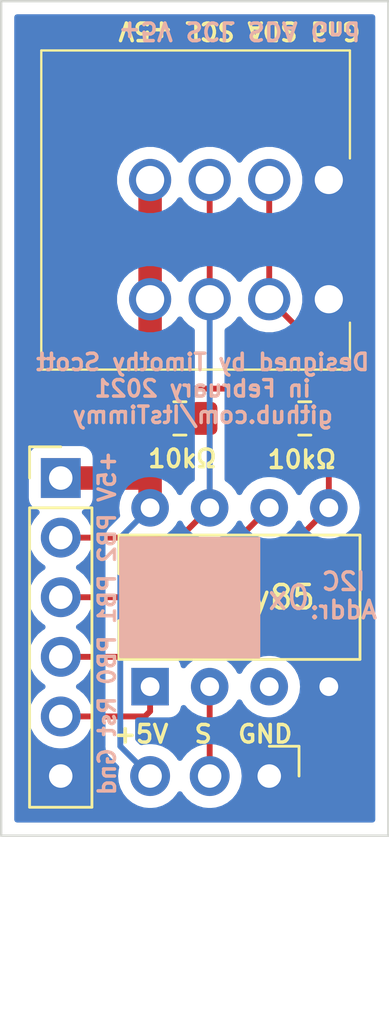
<source format=kicad_pcb>
(kicad_pcb (version 20171130) (host pcbnew "(5.1.0-0)")

  (general
    (thickness 1.6)
    (drawings 15)
    (tracks 32)
    (zones 0)
    (modules 6)
    (nets 9)
  )

  (page A4)
  (layers
    (0 F.Cu signal)
    (31 B.Cu signal)
    (32 B.Adhes user hide)
    (33 F.Adhes user hide)
    (34 B.Paste user hide)
    (35 F.Paste user hide)
    (36 B.SilkS user)
    (37 F.SilkS user)
    (38 B.Mask user)
    (39 F.Mask user)
    (40 Dwgs.User user hide)
    (41 Cmts.User user hide)
    (42 Eco1.User user hide)
    (43 Eco2.User user hide)
    (44 Edge.Cuts user)
    (45 Margin user hide)
    (46 B.CrtYd user hide)
    (47 F.CrtYd user hide)
    (48 B.Fab user hide)
    (49 F.Fab user hide)
  )

  (setup
    (last_trace_width 0.25)
    (user_trace_width 0.25)
    (user_trace_width 0.5)
    (user_trace_width 0.75)
    (user_trace_width 1)
    (trace_clearance 0.2)
    (zone_clearance 0.508)
    (zone_45_only no)
    (trace_min 0.2)
    (via_size 0.8)
    (via_drill 0.4)
    (via_min_size 0.4)
    (via_min_drill 0.3)
    (uvia_size 0.3)
    (uvia_drill 0.1)
    (uvias_allowed no)
    (uvia_min_size 0.2)
    (uvia_min_drill 0.1)
    (edge_width 0.05)
    (segment_width 0.2)
    (pcb_text_width 0.3)
    (pcb_text_size 1.5 1.5)
    (mod_edge_width 0.12)
    (mod_text_size 1 1)
    (mod_text_width 0.15)
    (pad_size 1.8 1.8)
    (pad_drill 1.2)
    (pad_to_mask_clearance 0.051)
    (solder_mask_min_width 0.25)
    (aux_axis_origin 0 0)
    (visible_elements FFFFFF7F)
    (pcbplotparams
      (layerselection 0x010fc_ffffffff)
      (usegerberextensions false)
      (usegerberattributes false)
      (usegerberadvancedattributes false)
      (creategerberjobfile false)
      (excludeedgelayer true)
      (linewidth 0.100000)
      (plotframeref false)
      (viasonmask false)
      (mode 1)
      (useauxorigin false)
      (hpglpennumber 1)
      (hpglpenspeed 20)
      (hpglpendiameter 15.000000)
      (psnegative false)
      (psa4output false)
      (plotreference true)
      (plotvalue true)
      (plotinvisibletext false)
      (padsonsilk false)
      (subtractmaskfromsilk false)
      (outputformat 1)
      (mirror false)
      (drillshape 1)
      (scaleselection 1)
      (outputdirectory ""))
  )

  (net 0 "")
  (net 1 "Net-(I2CConnection1-Pad2)")
  (net 2 "Net-(I2CConnection1-Pad3)")
  (net 3 +5V)
  (net 4 GND)
  (net 5 "Net-(MCU1-Pad2)")
  (net 6 "Net-(MCU1-Pad3)")
  (net 7 "Net-(J1-Pad5)")
  (net 8 "Net-(J1-Pad3)")

  (net_class Default "This is the default net class."
    (clearance 0.2)
    (trace_width 0.25)
    (via_dia 0.8)
    (via_drill 0.4)
    (uvia_dia 0.3)
    (uvia_drill 0.1)
    (add_net +5V)
    (add_net GND)
    (add_net "Net-(I2CConnection1-Pad2)")
    (add_net "Net-(I2CConnection1-Pad3)")
    (add_net "Net-(J1-Pad3)")
    (add_net "Net-(J1-Pad5)")
    (add_net "Net-(MCU1-Pad2)")
    (add_net "Net-(MCU1-Pad3)")
  )

  (module Connector_PinHeader_2.54mm:PinHeader_1x03_P2.54mm_Horizontal (layer F.Cu) (tedit 602B3CCE) (tstamp 602B77AC)
    (at 49.53 64.77 270)
    (descr "Through hole angled pin header, 1x03, 2.54mm pitch, 6mm pin length, single row")
    (tags "Through hole angled pin header THT 1x03 2.54mm single row")
    (path /602CE4CB)
    (fp_text reference MoistureSensor1 (at 4.385 -2.27 270) (layer F.SilkS) hide
      (effects (font (size 1 1) (thickness 0.15)))
    )
    (fp_text value Conn_01x03 (at 4.385 7.35 270) (layer F.Fab)
      (effects (font (size 1 1) (thickness 0.15)))
    )
    (fp_line (start 2.135 -1.27) (end 4.04 -1.27) (layer F.Fab) (width 0.1))
    (fp_line (start 4.04 -1.27) (end 4.04 6.35) (layer F.Fab) (width 0.1))
    (fp_line (start 4.04 6.35) (end 1.5 6.35) (layer F.Fab) (width 0.1))
    (fp_line (start 1.5 6.35) (end 1.5 -0.635) (layer F.Fab) (width 0.1))
    (fp_line (start 1.5 -0.635) (end 2.135 -1.27) (layer F.Fab) (width 0.1))
    (fp_line (start -0.32 -0.32) (end 1.5 -0.32) (layer F.Fab) (width 0.1))
    (fp_line (start -0.32 -0.32) (end -0.32 0.32) (layer F.Fab) (width 0.1))
    (fp_line (start -0.32 0.32) (end 1.5 0.32) (layer F.Fab) (width 0.1))
    (fp_line (start 4.04 -0.32) (end 10.04 -0.32) (layer F.Fab) (width 0.1))
    (fp_line (start 10.04 -0.32) (end 10.04 0.32) (layer F.Fab) (width 0.1))
    (fp_line (start 4.04 0.32) (end 10.04 0.32) (layer F.Fab) (width 0.1))
    (fp_line (start -0.32 2.22) (end 1.5 2.22) (layer F.Fab) (width 0.1))
    (fp_line (start -0.32 2.22) (end -0.32 2.86) (layer F.Fab) (width 0.1))
    (fp_line (start -0.32 2.86) (end 1.5 2.86) (layer F.Fab) (width 0.1))
    (fp_line (start 4.04 2.22) (end 10.04 2.22) (layer F.Fab) (width 0.1))
    (fp_line (start 10.04 2.22) (end 10.04 2.86) (layer F.Fab) (width 0.1))
    (fp_line (start 4.04 2.86) (end 10.04 2.86) (layer F.Fab) (width 0.1))
    (fp_line (start -0.32 4.76) (end 1.5 4.76) (layer F.Fab) (width 0.1))
    (fp_line (start -0.32 4.76) (end -0.32 5.4) (layer F.Fab) (width 0.1))
    (fp_line (start -0.32 5.4) (end 1.5 5.4) (layer F.Fab) (width 0.1))
    (fp_line (start 4.04 4.76) (end 10.04 4.76) (layer F.Fab) (width 0.1))
    (fp_line (start 10.04 4.76) (end 10.04 5.4) (layer F.Fab) (width 0.1))
    (fp_line (start 4.04 5.4) (end 10.04 5.4) (layer F.Fab) (width 0.1))
    (fp_line (start -1.27 0) (end -1.27 -1.27) (layer F.SilkS) (width 0.12))
    (fp_line (start -1.27 -1.27) (end 0 -1.27) (layer F.SilkS) (width 0.12))
    (fp_line (start -1.8 -1.8) (end -1.8 6.85) (layer F.CrtYd) (width 0.05))
    (fp_line (start -1.8 6.85) (end 10.55 6.85) (layer F.CrtYd) (width 0.05))
    (fp_line (start 10.55 6.85) (end 10.55 -1.8) (layer F.CrtYd) (width 0.05))
    (fp_line (start 10.55 -1.8) (end -1.8 -1.8) (layer F.CrtYd) (width 0.05))
    (fp_text user %R (at 2.77 2.54) (layer F.Fab)
      (effects (font (size 1 1) (thickness 0.15)))
    )
    (pad 1 thru_hole rect (at 0 0 270) (size 1.7 1.7) (drill 1) (layers *.Cu *.Mask)
      (net 4 GND))
    (pad 2 thru_hole oval (at 0 2.54 270) (size 1.7 1.7) (drill 1) (layers *.Cu *.Mask)
      (net 5 "Net-(MCU1-Pad2)"))
    (pad 3 thru_hole oval (at 0 5.08 270) (size 1.7 1.7) (drill 1) (layers *.Cu *.Mask)
      (net 3 +5V))
    (model ${KISYS3DMOD}/Connector_PinHeader_2.54mm.3dshapes/PinHeader_1x03_P2.54mm_Horizontal.wrl
      (at (xyz 0 0 0))
      (scale (xyz 1 1 1))
      (rotate (xyz 0 0 0))
    )
  )

  (module 1-2834016-4:128340164 (layer F.Cu) (tedit 602B4142) (tstamp 602B7750)
    (at 52.07 39.37 180)
    (descr 1-2834016-4-2)
    (tags Connector)
    (path /602ADF12)
    (fp_text reference I2CConnection1 (at 5.68 -1.28 180) (layer F.SilkS) hide
      (effects (font (size 1.27 1.27) (thickness 0.254)))
    )
    (fp_text value Conn_01x04 (at 5.68 -1.28 180) (layer F.SilkS) hide
      (effects (font (size 1.27 1.27) (thickness 0.254)))
    )
    (fp_text user %R (at 5.68 -1.28 180) (layer F.Fab)
      (effects (font (size 1.27 1.27) (thickness 0.254)))
    )
    (fp_line (start -0.9 -8.08) (end 12.26 -8.08) (layer F.Fab) (width 0.2))
    (fp_line (start 12.26 -8.08) (end 12.26 5.52) (layer F.Fab) (width 0.2))
    (fp_line (start 12.26 5.52) (end -0.9 5.52) (layer F.Fab) (width 0.2))
    (fp_line (start -0.9 5.52) (end -0.9 -8.08) (layer F.Fab) (width 0.2))
    (fp_line (start -1.9 -9.08) (end 13.26 -9.08) (layer F.CrtYd) (width 0.1))
    (fp_line (start 13.26 -9.08) (end 13.26 6.52) (layer F.CrtYd) (width 0.1))
    (fp_line (start 13.26 6.52) (end -1.9 6.52) (layer F.CrtYd) (width 0.1))
    (fp_line (start -1.9 6.52) (end -1.9 -9.08) (layer F.CrtYd) (width 0.1))
    (fp_line (start -0.9 -6.08) (end -0.9 -8.08) (layer F.SilkS) (width 0.1))
    (fp_line (start -0.9 -8.08) (end 12.26 -8.08) (layer F.SilkS) (width 0.1))
    (fp_line (start 12.26 -8.08) (end 12.26 5.52) (layer F.SilkS) (width 0.1))
    (fp_line (start 12.26 5.52) (end -0.9 5.52) (layer F.SilkS) (width 0.1))
    (fp_line (start -0.9 5.52) (end -0.9 0.92) (layer F.SilkS) (width 0.1))
    (pad "" thru_hole circle (at 0 0 180) (size 1.8 1.8) (drill 1.2) (layers *.Cu *.Mask)
      (net 4 GND))
    (pad 1 thru_hole circle (at 0 -5.08 180) (size 1.8 1.8) (drill 1.2) (layers *.Cu *.Mask)
      (net 4 GND))
    (pad "" thru_hole circle (at 2.54 0 180) (size 1.8 1.8) (drill 1.2) (layers *.Cu *.Mask)
      (net 1 "Net-(I2CConnection1-Pad2)"))
    (pad 2 thru_hole circle (at 2.54 -5.08 180) (size 1.8 1.8) (drill 1.2) (layers *.Cu *.Mask)
      (net 1 "Net-(I2CConnection1-Pad2)"))
    (pad "" thru_hole circle (at 5.08 0 180) (size 1.8 1.8) (drill 1.2) (layers *.Cu *.Mask)
      (net 2 "Net-(I2CConnection1-Pad3)"))
    (pad 3 thru_hole circle (at 5.08 -5.08 180) (size 1.8 1.8) (drill 1.2) (layers *.Cu *.Mask)
      (net 2 "Net-(I2CConnection1-Pad3)"))
    (pad "" thru_hole circle (at 7.62 0 180) (size 1.8 1.8) (drill 1.2) (layers *.Cu *.Mask)
      (net 3 +5V))
    (pad 4 thru_hole circle (at 7.62 -5.08 180) (size 1.8 1.8) (drill 1.2) (layers *.Cu *.Mask)
      (net 3 +5V))
    (model 1-2834016-4.stp
      (offset (xyz 5.67999974303352 -5.320000091762998 4.939999983029053))
      (scale (xyz 1 1 1))
      (rotate (xyz -90 0 0))
    )
  )

  (module Resistor_SMD:R_0805_2012Metric_Pad1.15x1.40mm_HandSolder (layer F.Cu) (tedit 5B36C52B) (tstamp 602B7725)
    (at 51.045 49.53)
    (descr "Resistor SMD 0805 (2012 Metric), square (rectangular) end terminal, IPC_7351 nominal with elongated pad for handsoldering. (Body size source: https://docs.google.com/spreadsheets/d/1BsfQQcO9C6DZCsRaXUlFlo91Tg2WpOkGARC1WS5S8t0/edit?usp=sharing), generated with kicad-footprint-generator")
    (tags "resistor handsolder")
    (path /602CC853)
    (attr smd)
    (fp_text reference I2C_Pullup_SCL1 (at 0 -1.65) (layer F.SilkS) hide
      (effects (font (size 1 1) (thickness 0.15)))
    )
    (fp_text value 10k (at 0 1.65) (layer F.Fab)
      (effects (font (size 1 1) (thickness 0.15)))
    )
    (fp_text user %R (at 0 0) (layer F.Fab)
      (effects (font (size 0.5 0.5) (thickness 0.08)))
    )
    (fp_line (start 1.85 0.95) (end -1.85 0.95) (layer F.CrtYd) (width 0.05))
    (fp_line (start 1.85 -0.95) (end 1.85 0.95) (layer F.CrtYd) (width 0.05))
    (fp_line (start -1.85 -0.95) (end 1.85 -0.95) (layer F.CrtYd) (width 0.05))
    (fp_line (start -1.85 0.95) (end -1.85 -0.95) (layer F.CrtYd) (width 0.05))
    (fp_line (start -0.261252 0.71) (end 0.261252 0.71) (layer F.SilkS) (width 0.12))
    (fp_line (start -0.261252 -0.71) (end 0.261252 -0.71) (layer F.SilkS) (width 0.12))
    (fp_line (start 1 0.6) (end -1 0.6) (layer F.Fab) (width 0.1))
    (fp_line (start 1 -0.6) (end 1 0.6) (layer F.Fab) (width 0.1))
    (fp_line (start -1 -0.6) (end 1 -0.6) (layer F.Fab) (width 0.1))
    (fp_line (start -1 0.6) (end -1 -0.6) (layer F.Fab) (width 0.1))
    (pad 2 smd roundrect (at 1.025 0) (size 1.15 1.4) (layers F.Cu F.Paste F.Mask) (roundrect_rratio 0.217391)
      (net 1 "Net-(I2CConnection1-Pad2)"))
    (pad 1 smd roundrect (at -1.025 0) (size 1.15 1.4) (layers F.Cu F.Paste F.Mask) (roundrect_rratio 0.217391)
      (net 3 +5V))
    (model ${KISYS3DMOD}/Resistor_SMD.3dshapes/R_0805_2012Metric.wrl
      (at (xyz 0 0 0))
      (scale (xyz 1 1 1))
      (rotate (xyz 0 0 0))
    )
  )

  (module Resistor_SMD:R_0805_2012Metric_Pad1.15x1.40mm_HandSolder (layer F.Cu) (tedit 5B36C52B) (tstamp 602B7736)
    (at 45.72 49.53)
    (descr "Resistor SMD 0805 (2012 Metric), square (rectangular) end terminal, IPC_7351 nominal with elongated pad for handsoldering. (Body size source: https://docs.google.com/spreadsheets/d/1BsfQQcO9C6DZCsRaXUlFlo91Tg2WpOkGARC1WS5S8t0/edit?usp=sharing), generated with kicad-footprint-generator")
    (tags "resistor handsolder")
    (path /602C8F78)
    (attr smd)
    (fp_text reference I2C_Pullup_SDA1 (at 0 -1.65) (layer F.SilkS) hide
      (effects (font (size 1 1) (thickness 0.15)))
    )
    (fp_text value 10k (at 0 1.65) (layer F.Fab)
      (effects (font (size 1 1) (thickness 0.15)))
    )
    (fp_line (start -1 0.6) (end -1 -0.6) (layer F.Fab) (width 0.1))
    (fp_line (start -1 -0.6) (end 1 -0.6) (layer F.Fab) (width 0.1))
    (fp_line (start 1 -0.6) (end 1 0.6) (layer F.Fab) (width 0.1))
    (fp_line (start 1 0.6) (end -1 0.6) (layer F.Fab) (width 0.1))
    (fp_line (start -0.261252 -0.71) (end 0.261252 -0.71) (layer F.SilkS) (width 0.12))
    (fp_line (start -0.261252 0.71) (end 0.261252 0.71) (layer F.SilkS) (width 0.12))
    (fp_line (start -1.85 0.95) (end -1.85 -0.95) (layer F.CrtYd) (width 0.05))
    (fp_line (start -1.85 -0.95) (end 1.85 -0.95) (layer F.CrtYd) (width 0.05))
    (fp_line (start 1.85 -0.95) (end 1.85 0.95) (layer F.CrtYd) (width 0.05))
    (fp_line (start 1.85 0.95) (end -1.85 0.95) (layer F.CrtYd) (width 0.05))
    (fp_text user %R (at 0 0) (layer F.Fab)
      (effects (font (size 0.5 0.5) (thickness 0.08)))
    )
    (pad 1 smd roundrect (at -1.025 0) (size 1.15 1.4) (layers F.Cu F.Paste F.Mask) (roundrect_rratio 0.217391)
      (net 3 +5V))
    (pad 2 smd roundrect (at 1.025 0) (size 1.15 1.4) (layers F.Cu F.Paste F.Mask) (roundrect_rratio 0.217391)
      (net 2 "Net-(I2CConnection1-Pad3)"))
    (model ${KISYS3DMOD}/Resistor_SMD.3dshapes/R_0805_2012Metric.wrl
      (at (xyz 0 0 0))
      (scale (xyz 1 1 1))
      (rotate (xyz 0 0 0))
    )
  )

  (module Package_DIP:DIP-8_W7.62mm (layer F.Cu) (tedit 5A02E8C5) (tstamp 602B776C)
    (at 44.45 60.96 90)
    (descr "8-lead though-hole mounted DIP package, row spacing 7.62 mm (300 mils)")
    (tags "THT DIP DIL PDIP 2.54mm 7.62mm 300mil")
    (path /6029EE90)
    (fp_text reference MCU1 (at 3.81 -2.33 90) (layer F.SilkS) hide
      (effects (font (size 1 1) (thickness 0.15)))
    )
    (fp_text value ATtiny85-20PU (at 3.81 9.95 90) (layer F.Fab)
      (effects (font (size 1 1) (thickness 0.15)))
    )
    (fp_arc (start 3.81 -1.33) (end 2.81 -1.33) (angle -180) (layer F.SilkS) (width 0.12))
    (fp_line (start 1.635 -1.27) (end 6.985 -1.27) (layer F.Fab) (width 0.1))
    (fp_line (start 6.985 -1.27) (end 6.985 8.89) (layer F.Fab) (width 0.1))
    (fp_line (start 6.985 8.89) (end 0.635 8.89) (layer F.Fab) (width 0.1))
    (fp_line (start 0.635 8.89) (end 0.635 -0.27) (layer F.Fab) (width 0.1))
    (fp_line (start 0.635 -0.27) (end 1.635 -1.27) (layer F.Fab) (width 0.1))
    (fp_line (start 2.81 -1.33) (end 1.16 -1.33) (layer F.SilkS) (width 0.12))
    (fp_line (start 1.16 -1.33) (end 1.16 8.95) (layer F.SilkS) (width 0.12))
    (fp_line (start 1.16 8.95) (end 6.46 8.95) (layer F.SilkS) (width 0.12))
    (fp_line (start 6.46 8.95) (end 6.46 -1.33) (layer F.SilkS) (width 0.12))
    (fp_line (start 6.46 -1.33) (end 4.81 -1.33) (layer F.SilkS) (width 0.12))
    (fp_line (start -1.1 -1.55) (end -1.1 9.15) (layer F.CrtYd) (width 0.05))
    (fp_line (start -1.1 9.15) (end 8.7 9.15) (layer F.CrtYd) (width 0.05))
    (fp_line (start 8.7 9.15) (end 8.7 -1.55) (layer F.CrtYd) (width 0.05))
    (fp_line (start 8.7 -1.55) (end -1.1 -1.55) (layer F.CrtYd) (width 0.05))
    (fp_text user %R (at 3.81 3.81 90) (layer F.Fab)
      (effects (font (size 1 1) (thickness 0.15)))
    )
    (pad 1 thru_hole rect (at 0 0 90) (size 1.6 1.6) (drill 0.8) (layers *.Cu *.Mask)
      (net 7 "Net-(J1-Pad5)"))
    (pad 5 thru_hole oval (at 7.62 7.62 90) (size 1.6 1.6) (drill 0.8) (layers *.Cu *.Mask)
      (net 1 "Net-(I2CConnection1-Pad2)"))
    (pad 2 thru_hole oval (at 0 2.54 90) (size 1.6 1.6) (drill 0.8) (layers *.Cu *.Mask)
      (net 5 "Net-(MCU1-Pad2)"))
    (pad 6 thru_hole oval (at 7.62 5.08 90) (size 1.6 1.6) (drill 0.8) (layers *.Cu *.Mask)
      (net 8 "Net-(J1-Pad3)"))
    (pad 3 thru_hole oval (at 0 5.08 90) (size 1.6 1.6) (drill 0.8) (layers *.Cu *.Mask)
      (net 6 "Net-(MCU1-Pad3)"))
    (pad 7 thru_hole oval (at 7.62 2.54 90) (size 1.6 1.6) (drill 0.8) (layers *.Cu *.Mask)
      (net 2 "Net-(I2CConnection1-Pad3)"))
    (pad 4 thru_hole oval (at 0 7.62 90) (size 1.6 1.6) (drill 0.8) (layers *.Cu *.Mask)
      (net 4 GND))
    (pad 8 thru_hole oval (at 7.62 0 90) (size 1.6 1.6) (drill 0.8) (layers *.Cu *.Mask)
      (net 3 +5V))
    (model ${KISYS3DMOD}/Package_DIP.3dshapes/DIP-8_W7.62mm.wrl
      (at (xyz 0 0 0))
      (scale (xyz 1 1 1))
      (rotate (xyz 0 0 0))
    )
  )

  (module Connector_PinHeader_2.54mm:PinHeader_1x06_P2.54mm_Vertical (layer F.Cu) (tedit 59FED5CC) (tstamp 602B3D6A)
    (at 40.64 52.07)
    (descr "Through hole straight pin header, 1x06, 2.54mm pitch, single row")
    (tags "Through hole pin header THT 1x06 2.54mm single row")
    (path /602C5DB4)
    (fp_text reference J1 (at 0 -2.33) (layer F.SilkS) hide
      (effects (font (size 1 1) (thickness 0.15)))
    )
    (fp_text value Conn_01x06_Female (at 0 15.03) (layer F.Fab)
      (effects (font (size 1 1) (thickness 0.15)))
    )
    (fp_line (start -0.635 -1.27) (end 1.27 -1.27) (layer F.Fab) (width 0.1))
    (fp_line (start 1.27 -1.27) (end 1.27 13.97) (layer F.Fab) (width 0.1))
    (fp_line (start 1.27 13.97) (end -1.27 13.97) (layer F.Fab) (width 0.1))
    (fp_line (start -1.27 13.97) (end -1.27 -0.635) (layer F.Fab) (width 0.1))
    (fp_line (start -1.27 -0.635) (end -0.635 -1.27) (layer F.Fab) (width 0.1))
    (fp_line (start -1.33 14.03) (end 1.33 14.03) (layer F.SilkS) (width 0.12))
    (fp_line (start -1.33 1.27) (end -1.33 14.03) (layer F.SilkS) (width 0.12))
    (fp_line (start 1.33 1.27) (end 1.33 14.03) (layer F.SilkS) (width 0.12))
    (fp_line (start -1.33 1.27) (end 1.33 1.27) (layer F.SilkS) (width 0.12))
    (fp_line (start -1.33 0) (end -1.33 -1.33) (layer F.SilkS) (width 0.12))
    (fp_line (start -1.33 -1.33) (end 0 -1.33) (layer F.SilkS) (width 0.12))
    (fp_line (start -1.8 -1.8) (end -1.8 14.5) (layer F.CrtYd) (width 0.05))
    (fp_line (start -1.8 14.5) (end 1.8 14.5) (layer F.CrtYd) (width 0.05))
    (fp_line (start 1.8 14.5) (end 1.8 -1.8) (layer F.CrtYd) (width 0.05))
    (fp_line (start 1.8 -1.8) (end -1.8 -1.8) (layer F.CrtYd) (width 0.05))
    (fp_text user %R (at 0 6.35 90) (layer F.Fab)
      (effects (font (size 1 1) (thickness 0.15)))
    )
    (pad 1 thru_hole rect (at 0 0) (size 1.7 1.7) (drill 1) (layers *.Cu *.Mask)
      (net 3 +5V))
    (pad 2 thru_hole oval (at 0 2.54) (size 1.7 1.7) (drill 1) (layers *.Cu *.Mask)
      (net 2 "Net-(I2CConnection1-Pad3)"))
    (pad 3 thru_hole oval (at 0 5.08) (size 1.7 1.7) (drill 1) (layers *.Cu *.Mask)
      (net 8 "Net-(J1-Pad3)"))
    (pad 4 thru_hole oval (at 0 7.62) (size 1.7 1.7) (drill 1) (layers *.Cu *.Mask)
      (net 1 "Net-(I2CConnection1-Pad2)"))
    (pad 5 thru_hole oval (at 0 10.16) (size 1.7 1.7) (drill 1) (layers *.Cu *.Mask)
      (net 7 "Net-(J1-Pad5)"))
    (pad 6 thru_hole oval (at 0 12.7) (size 1.7 1.7) (drill 1) (layers *.Cu *.Mask)
      (net 4 GND))
    (model ${KISYS3DMOD}/Connector_PinHeader_2.54mm.3dshapes/PinHeader_1x06_P2.54mm_Vertical.wrl
      (at (xyz 0 0 0))
      (scale (xyz 1 1 1))
      (rotate (xyz 0 0 0))
    )
  )

  (gr_poly (pts (xy 49.098027 59.710982) (xy 49.098027 54.630982) (xy 43.18 54.61) (xy 43.18 59.69)) (layer B.SilkS) (width 0.1))
  (gr_text 0x (at 50.368027 57.170982) (layer B.SilkS)
    (effects (font (size 1 1) (thickness 0.15)) (justify mirror))
  )
  (gr_text "I2C\nAddr:" (at 52.69731 57.083803) (layer B.SilkS)
    (effects (font (size 0.75 0.75) (thickness 0.15)) (justify mirror))
  )
  (gr_text "Designed by Timothy Scott\nin February 2021\ngithub.com/ItsTimmy" (at 46.694369 48.26) (layer B.SilkS)
    (effects (font (size 0.7 0.7) (thickness 0.15)) (justify mirror))
  )
  (gr_text "+5V SCL SDA Gnd" (at 48.26 33.02 180) (layer B.SilkS) (tstamp 602B9C33)
    (effects (font (size 0.75 0.75) (thickness 0.15)) (justify mirror))
  )
  (gr_line (start 38.1 67.31) (end 54.61 67.31) (layer Edge.Cuts) (width 0.1))
  (gr_line (start 38.1 31.75) (end 38.1 67.31) (layer Edge.Cuts) (width 0.1))
  (gr_line (start 54.61 31.75) (end 38.1 31.75) (layer Edge.Cuts) (width 0.1))
  (gr_line (start 54.61 67.31) (end 54.61 31.75) (layer Edge.Cuts) (width 0.1))
  (gr_text "+5V  S  GND" (at 46.714032 62.982274) (layer F.SilkS) (tstamp 602B935E)
    (effects (font (size 0.75 0.75) (thickness 0.15)))
  )
  (gr_text ATTiny85 (at 48.26 57.15) (layer F.SilkS)
    (effects (font (size 1 1) (thickness 0.15)))
  )
  (gr_text 10kΩ (at 50.923976 51.282067) (layer F.SilkS) (tstamp 602B4388)
    (effects (font (size 0.75 0.75) (thickness 0.15)))
  )
  (gr_text 10kΩ (at 45.827668 51.246178) (layer F.SilkS)
    (effects (font (size 0.75 0.75) (thickness 0.15)))
  )
  (gr_text "+5V PB2 PB1 PB0 Rst Gnd" (at 42.616534 58.251361 90) (layer B.SilkS) (tstamp 602B437D)
    (effects (font (size 0.7 0.7) (thickness 0.15)) (justify mirror))
  )
  (gr_text "Gnd SDA SCL +5V" (at 48.26 33.02 180) (layer F.SilkS)
    (effects (font (size 0.75 0.75) (thickness 0.15)))
  )

  (segment (start 52.07 46.99) (end 52.07 49.53) (width 0.25) (layer F.Cu) (net 1))
  (segment (start 49.53 44.45) (end 52.07 46.99) (width 0.25) (layer F.Cu) (net 1))
  (segment (start 52.07 49.53) (end 52.07 53.34) (width 0.25) (layer F.Cu) (net 1))
  (segment (start 45.72 59.69) (end 52.07 53.34) (width 0.25) (layer F.Cu) (net 1))
  (segment (start 40.64 59.69) (end 45.72 59.69) (width 0.25) (layer F.Cu) (net 1))
  (segment (start 49.53 44.45) (end 49.53 39.37) (width 0.25) (layer F.Cu) (net 1))
  (segment (start 46.99 49.775) (end 46.745 49.53) (width 0.25) (layer F.Cu) (net 2))
  (segment (start 46.99 53.34) (end 46.99 49.775) (width 0.25) (layer F.Cu) (net 2))
  (segment (start 46.99 53.34) (end 46.99 44.45) (width 0.25) (layer B.Cu) (net 2))
  (segment (start 45.72 54.61) (end 46.99 53.34) (width 0.25) (layer F.Cu) (net 2))
  (segment (start 40.64 54.61) (end 45.72 54.61) (width 0.25) (layer F.Cu) (net 2))
  (segment (start 46.99 44.45) (end 46.99 39.37) (width 0.25) (layer F.Cu) (net 2))
  (segment (start 43.96 53.83) (end 44.45 53.34) (width 0.25) (layer F.Cu) (net 3))
  (segment (start 44.45 49.285) (end 44.695 49.53) (width 1) (layer F.Cu) (net 3))
  (segment (start 44.45 49.775) (end 44.695 49.53) (width 1) (layer F.Cu) (net 3))
  (segment (start 48.75 48.26) (end 44.45 48.26) (width 0.25) (layer F.Cu) (net 3))
  (segment (start 50.02 49.53) (end 48.75 48.26) (width 0.25) (layer F.Cu) (net 3))
  (segment (start 44.45 48.26) (end 44.45 49.285) (width 1) (layer F.Cu) (net 3))
  (segment (start 44.45 44.45) (end 44.45 48.26) (width 1) (layer F.Cu) (net 3))
  (segment (start 40.64 52.07) (end 44.45 52.07) (width 1) (layer F.Cu) (net 3))
  (segment (start 44.45 52.07) (end 44.45 49.775) (width 1) (layer F.Cu) (net 3))
  (segment (start 44.45 53.34) (end 44.45 52.07) (width 1) (layer F.Cu) (net 3))
  (segment (start 44.45 64.77) (end 43.18 63.5) (width 0.25) (layer B.Cu) (net 3))
  (segment (start 43.18 54.61) (end 44.45 53.34) (width 0.25) (layer B.Cu) (net 3))
  (segment (start 43.18 63.5) (end 43.18 54.61) (width 0.25) (layer B.Cu) (net 3))
  (segment (start 44.45 44.45) (end 44.45 39.37) (width 1) (layer F.Cu) (net 3))
  (segment (start 46.99 64.77) (end 46.99 60.96) (width 0.25) (layer F.Cu) (net 5))
  (segment (start 44.45 62.01) (end 44.45 60.96) (width 0.25) (layer F.Cu) (net 7))
  (segment (start 44.23 62.23) (end 44.45 62.01) (width 0.25) (layer F.Cu) (net 7))
  (segment (start 40.64 62.23) (end 44.23 62.23) (width 0.25) (layer F.Cu) (net 7))
  (segment (start 45.72 57.15) (end 49.53 53.34) (width 0.25) (layer F.Cu) (net 8))
  (segment (start 40.64 57.15) (end 45.72 57.15) (width 0.25) (layer F.Cu) (net 8))

  (zone (net 4) (net_name GND) (layer B.Cu) (tstamp 602B9CE9) (hatch edge 0.508)
    (connect_pads yes (clearance 0.508))
    (min_thickness 0.254)
    (fill yes (arc_segments 32) (thermal_gap 0.508) (thermal_bridge_width 0.508))
    (polygon
      (pts
        (xy 54.61 63.5) (xy 54.61 67.31) (xy 38.1 67.31) (xy 38.1 31.75) (xy 54.61 31.75)
      )
    )
    (filled_polygon
      (pts
        (xy 53.925 66.625) (xy 38.785 66.625) (xy 38.785 54.61) (xy 39.147815 54.61) (xy 39.176487 54.901111)
        (xy 39.261401 55.181034) (xy 39.399294 55.439014) (xy 39.584866 55.665134) (xy 39.810986 55.850706) (xy 39.865791 55.88)
        (xy 39.810986 55.909294) (xy 39.584866 56.094866) (xy 39.399294 56.320986) (xy 39.261401 56.578966) (xy 39.176487 56.858889)
        (xy 39.147815 57.15) (xy 39.176487 57.441111) (xy 39.261401 57.721034) (xy 39.399294 57.979014) (xy 39.584866 58.205134)
        (xy 39.810986 58.390706) (xy 39.865791 58.42) (xy 39.810986 58.449294) (xy 39.584866 58.634866) (xy 39.399294 58.860986)
        (xy 39.261401 59.118966) (xy 39.176487 59.398889) (xy 39.147815 59.69) (xy 39.176487 59.981111) (xy 39.261401 60.261034)
        (xy 39.399294 60.519014) (xy 39.584866 60.745134) (xy 39.810986 60.930706) (xy 39.865791 60.96) (xy 39.810986 60.989294)
        (xy 39.584866 61.174866) (xy 39.399294 61.400986) (xy 39.261401 61.658966) (xy 39.176487 61.938889) (xy 39.147815 62.23)
        (xy 39.176487 62.521111) (xy 39.261401 62.801034) (xy 39.399294 63.059014) (xy 39.584866 63.285134) (xy 39.810986 63.470706)
        (xy 40.068966 63.608599) (xy 40.348889 63.693513) (xy 40.56705 63.715) (xy 40.71295 63.715) (xy 40.931111 63.693513)
        (xy 41.211034 63.608599) (xy 41.469014 63.470706) (xy 41.695134 63.285134) (xy 41.880706 63.059014) (xy 42.018599 62.801034)
        (xy 42.103513 62.521111) (xy 42.132185 62.23) (xy 42.103513 61.938889) (xy 42.018599 61.658966) (xy 41.880706 61.400986)
        (xy 41.695134 61.174866) (xy 41.469014 60.989294) (xy 41.414209 60.96) (xy 41.469014 60.930706) (xy 41.695134 60.745134)
        (xy 41.880706 60.519014) (xy 42.018599 60.261034) (xy 42.103513 59.981111) (xy 42.132185 59.69) (xy 42.103513 59.398889)
        (xy 42.018599 59.118966) (xy 41.880706 58.860986) (xy 41.695134 58.634866) (xy 41.469014 58.449294) (xy 41.414209 58.42)
        (xy 41.469014 58.390706) (xy 41.695134 58.205134) (xy 41.880706 57.979014) (xy 42.018599 57.721034) (xy 42.103513 57.441111)
        (xy 42.132185 57.15) (xy 42.103513 56.858889) (xy 42.018599 56.578966) (xy 41.880706 56.320986) (xy 41.695134 56.094866)
        (xy 41.469014 55.909294) (xy 41.414209 55.88) (xy 41.469014 55.850706) (xy 41.695134 55.665134) (xy 41.880706 55.439014)
        (xy 42.018599 55.181034) (xy 42.103513 54.901111) (xy 42.132185 54.61) (xy 42.416324 54.61) (xy 42.420001 54.647332)
        (xy 42.42 63.462678) (xy 42.416324 63.5) (xy 42.42 63.537322) (xy 42.42 63.537332) (xy 42.430997 63.648985)
        (xy 42.474454 63.792246) (xy 42.545026 63.924276) (xy 42.55874 63.940986) (xy 42.639999 64.040001) (xy 42.669003 64.063804)
        (xy 43.009203 64.404004) (xy 42.986487 64.478889) (xy 42.957815 64.77) (xy 42.986487 65.061111) (xy 43.071401 65.341034)
        (xy 43.209294 65.599014) (xy 43.394866 65.825134) (xy 43.620986 66.010706) (xy 43.878966 66.148599) (xy 44.158889 66.233513)
        (xy 44.37705 66.255) (xy 44.52295 66.255) (xy 44.741111 66.233513) (xy 45.021034 66.148599) (xy 45.279014 66.010706)
        (xy 45.505134 65.825134) (xy 45.690706 65.599014) (xy 45.72 65.544209) (xy 45.749294 65.599014) (xy 45.934866 65.825134)
        (xy 46.160986 66.010706) (xy 46.418966 66.148599) (xy 46.698889 66.233513) (xy 46.91705 66.255) (xy 47.06295 66.255)
        (xy 47.281111 66.233513) (xy 47.561034 66.148599) (xy 47.819014 66.010706) (xy 48.045134 65.825134) (xy 48.230706 65.599014)
        (xy 48.368599 65.341034) (xy 48.453513 65.061111) (xy 48.482185 64.77) (xy 48.453513 64.478889) (xy 48.368599 64.198966)
        (xy 48.230706 63.940986) (xy 48.045134 63.714866) (xy 47.819014 63.529294) (xy 47.561034 63.391401) (xy 47.281111 63.306487)
        (xy 47.06295 63.285) (xy 46.91705 63.285) (xy 46.698889 63.306487) (xy 46.418966 63.391401) (xy 46.160986 63.529294)
        (xy 45.934866 63.714866) (xy 45.749294 63.940986) (xy 45.72 63.995791) (xy 45.690706 63.940986) (xy 45.505134 63.714866)
        (xy 45.279014 63.529294) (xy 45.021034 63.391401) (xy 44.741111 63.306487) (xy 44.52295 63.285) (xy 44.37705 63.285)
        (xy 44.158889 63.306487) (xy 44.084004 63.329203) (xy 43.94 63.185199) (xy 43.94 62.398072) (xy 45.25 62.398072)
        (xy 45.374482 62.385812) (xy 45.49418 62.349502) (xy 45.604494 62.290537) (xy 45.701185 62.211185) (xy 45.780537 62.114494)
        (xy 45.839502 62.00418) (xy 45.875812 61.884482) (xy 45.877581 61.866518) (xy 45.970392 61.979608) (xy 46.188899 62.158932)
        (xy 46.438192 62.292182) (xy 46.708691 62.374236) (xy 46.919508 62.395) (xy 47.060492 62.395) (xy 47.271309 62.374236)
        (xy 47.541808 62.292182) (xy 47.791101 62.158932) (xy 48.009608 61.979608) (xy 48.188932 61.761101) (xy 48.26 61.628142)
        (xy 48.331068 61.761101) (xy 48.510392 61.979608) (xy 48.728899 62.158932) (xy 48.978192 62.292182) (xy 49.248691 62.374236)
        (xy 49.459508 62.395) (xy 49.600492 62.395) (xy 49.811309 62.374236) (xy 50.081808 62.292182) (xy 50.331101 62.158932)
        (xy 50.549608 61.979608) (xy 50.728932 61.761101) (xy 50.862182 61.511808) (xy 50.944236 61.241309) (xy 50.971943 60.96)
        (xy 50.944236 60.678691) (xy 50.862182 60.408192) (xy 50.728932 60.158899) (xy 50.549608 59.940392) (xy 50.331101 59.761068)
        (xy 50.081808 59.627818) (xy 49.811309 59.545764) (xy 49.600492 59.525) (xy 49.459508 59.525) (xy 49.248691 59.545764)
        (xy 48.978192 59.627818) (xy 48.728899 59.761068) (xy 48.510392 59.940392) (xy 48.331068 60.158899) (xy 48.26 60.291858)
        (xy 48.188932 60.158899) (xy 48.009608 59.940392) (xy 47.791101 59.761068) (xy 47.541808 59.627818) (xy 47.271309 59.545764)
        (xy 47.060492 59.525) (xy 46.919508 59.525) (xy 46.708691 59.545764) (xy 46.438192 59.627818) (xy 46.188899 59.761068)
        (xy 45.970392 59.940392) (xy 45.877581 60.053482) (xy 45.875812 60.035518) (xy 45.839502 59.91582) (xy 45.780537 59.805506)
        (xy 45.701185 59.708815) (xy 45.604494 59.629463) (xy 45.49418 59.570498) (xy 45.374482 59.534188) (xy 45.25 59.521928)
        (xy 43.94 59.521928) (xy 43.94 54.924801) (xy 44.124094 54.740708) (xy 44.168691 54.754236) (xy 44.379508 54.775)
        (xy 44.520492 54.775) (xy 44.731309 54.754236) (xy 45.001808 54.672182) (xy 45.251101 54.538932) (xy 45.469608 54.359608)
        (xy 45.648932 54.141101) (xy 45.72 54.008142) (xy 45.791068 54.141101) (xy 45.970392 54.359608) (xy 46.188899 54.538932)
        (xy 46.438192 54.672182) (xy 46.708691 54.754236) (xy 46.919508 54.775) (xy 47.060492 54.775) (xy 47.271309 54.754236)
        (xy 47.541808 54.672182) (xy 47.791101 54.538932) (xy 48.009608 54.359608) (xy 48.188932 54.141101) (xy 48.26 54.008142)
        (xy 48.331068 54.141101) (xy 48.510392 54.359608) (xy 48.728899 54.538932) (xy 48.978192 54.672182) (xy 49.248691 54.754236)
        (xy 49.459508 54.775) (xy 49.600492 54.775) (xy 49.811309 54.754236) (xy 50.081808 54.672182) (xy 50.331101 54.538932)
        (xy 50.549608 54.359608) (xy 50.728932 54.141101) (xy 50.8 54.008142) (xy 50.871068 54.141101) (xy 51.050392 54.359608)
        (xy 51.268899 54.538932) (xy 51.518192 54.672182) (xy 51.788691 54.754236) (xy 51.999508 54.775) (xy 52.140492 54.775)
        (xy 52.351309 54.754236) (xy 52.621808 54.672182) (xy 52.871101 54.538932) (xy 53.089608 54.359608) (xy 53.268932 54.141101)
        (xy 53.402182 53.891808) (xy 53.484236 53.621309) (xy 53.511943 53.34) (xy 53.484236 53.058691) (xy 53.402182 52.788192)
        (xy 53.268932 52.538899) (xy 53.089608 52.320392) (xy 52.871101 52.141068) (xy 52.621808 52.007818) (xy 52.351309 51.925764)
        (xy 52.140492 51.905) (xy 51.999508 51.905) (xy 51.788691 51.925764) (xy 51.518192 52.007818) (xy 51.268899 52.141068)
        (xy 51.050392 52.320392) (xy 50.871068 52.538899) (xy 50.8 52.671858) (xy 50.728932 52.538899) (xy 50.549608 52.320392)
        (xy 50.331101 52.141068) (xy 50.081808 52.007818) (xy 49.811309 51.925764) (xy 49.600492 51.905) (xy 49.459508 51.905)
        (xy 49.248691 51.925764) (xy 48.978192 52.007818) (xy 48.728899 52.141068) (xy 48.510392 52.320392) (xy 48.331068 52.538899)
        (xy 48.26 52.671858) (xy 48.188932 52.538899) (xy 48.009608 52.320392) (xy 47.791101 52.141068) (xy 47.75 52.119099)
        (xy 47.75 45.788313) (xy 47.968505 45.642312) (xy 48.182312 45.428505) (xy 48.26 45.312237) (xy 48.337688 45.428505)
        (xy 48.551495 45.642312) (xy 48.802905 45.810299) (xy 49.082257 45.926011) (xy 49.378816 45.985) (xy 49.681184 45.985)
        (xy 49.977743 45.926011) (xy 50.257095 45.810299) (xy 50.508505 45.642312) (xy 50.722312 45.428505) (xy 50.890299 45.177095)
        (xy 51.006011 44.897743) (xy 51.065 44.601184) (xy 51.065 44.298816) (xy 51.006011 44.002257) (xy 50.890299 43.722905)
        (xy 50.722312 43.471495) (xy 50.508505 43.257688) (xy 50.257095 43.089701) (xy 49.977743 42.973989) (xy 49.681184 42.915)
        (xy 49.378816 42.915) (xy 49.082257 42.973989) (xy 48.802905 43.089701) (xy 48.551495 43.257688) (xy 48.337688 43.471495)
        (xy 48.26 43.587763) (xy 48.182312 43.471495) (xy 47.968505 43.257688) (xy 47.717095 43.089701) (xy 47.437743 42.973989)
        (xy 47.141184 42.915) (xy 46.838816 42.915) (xy 46.542257 42.973989) (xy 46.262905 43.089701) (xy 46.011495 43.257688)
        (xy 45.797688 43.471495) (xy 45.72 43.587763) (xy 45.642312 43.471495) (xy 45.428505 43.257688) (xy 45.177095 43.089701)
        (xy 44.897743 42.973989) (xy 44.601184 42.915) (xy 44.298816 42.915) (xy 44.002257 42.973989) (xy 43.722905 43.089701)
        (xy 43.471495 43.257688) (xy 43.257688 43.471495) (xy 43.089701 43.722905) (xy 42.973989 44.002257) (xy 42.915 44.298816)
        (xy 42.915 44.601184) (xy 42.973989 44.897743) (xy 43.089701 45.177095) (xy 43.257688 45.428505) (xy 43.471495 45.642312)
        (xy 43.722905 45.810299) (xy 44.002257 45.926011) (xy 44.298816 45.985) (xy 44.601184 45.985) (xy 44.897743 45.926011)
        (xy 45.177095 45.810299) (xy 45.428505 45.642312) (xy 45.642312 45.428505) (xy 45.72 45.312237) (xy 45.797688 45.428505)
        (xy 46.011495 45.642312) (xy 46.230001 45.788313) (xy 46.23 52.119099) (xy 46.188899 52.141068) (xy 45.970392 52.320392)
        (xy 45.791068 52.538899) (xy 45.72 52.671858) (xy 45.648932 52.538899) (xy 45.469608 52.320392) (xy 45.251101 52.141068)
        (xy 45.001808 52.007818) (xy 44.731309 51.925764) (xy 44.520492 51.905) (xy 44.379508 51.905) (xy 44.168691 51.925764)
        (xy 43.898192 52.007818) (xy 43.648899 52.141068) (xy 43.430392 52.320392) (xy 43.251068 52.538899) (xy 43.117818 52.788192)
        (xy 43.035764 53.058691) (xy 43.008057 53.34) (xy 43.035764 53.621309) (xy 43.049292 53.665906) (xy 42.668998 54.046201)
        (xy 42.64 54.069999) (xy 42.616202 54.098997) (xy 42.616201 54.098998) (xy 42.545026 54.185724) (xy 42.474454 54.317754)
        (xy 42.430998 54.461015) (xy 42.416324 54.61) (xy 42.132185 54.61) (xy 42.103513 54.318889) (xy 42.018599 54.038966)
        (xy 41.880706 53.780986) (xy 41.695134 53.554866) (xy 41.665313 53.530393) (xy 41.73418 53.509502) (xy 41.844494 53.450537)
        (xy 41.941185 53.371185) (xy 42.020537 53.274494) (xy 42.079502 53.16418) (xy 42.115812 53.044482) (xy 42.128072 52.92)
        (xy 42.128072 51.22) (xy 42.115812 51.095518) (xy 42.079502 50.97582) (xy 42.020537 50.865506) (xy 41.941185 50.768815)
        (xy 41.844494 50.689463) (xy 41.73418 50.630498) (xy 41.614482 50.594188) (xy 41.49 50.581928) (xy 39.79 50.581928)
        (xy 39.665518 50.594188) (xy 39.54582 50.630498) (xy 39.435506 50.689463) (xy 39.338815 50.768815) (xy 39.259463 50.865506)
        (xy 39.200498 50.97582) (xy 39.164188 51.095518) (xy 39.151928 51.22) (xy 39.151928 52.92) (xy 39.164188 53.044482)
        (xy 39.200498 53.16418) (xy 39.259463 53.274494) (xy 39.338815 53.371185) (xy 39.435506 53.450537) (xy 39.54582 53.509502)
        (xy 39.614687 53.530393) (xy 39.584866 53.554866) (xy 39.399294 53.780986) (xy 39.261401 54.038966) (xy 39.176487 54.318889)
        (xy 39.147815 54.61) (xy 38.785 54.61) (xy 38.785 39.218816) (xy 42.915 39.218816) (xy 42.915 39.521184)
        (xy 42.973989 39.817743) (xy 43.089701 40.097095) (xy 43.257688 40.348505) (xy 43.471495 40.562312) (xy 43.722905 40.730299)
        (xy 44.002257 40.846011) (xy 44.298816 40.905) (xy 44.601184 40.905) (xy 44.897743 40.846011) (xy 45.177095 40.730299)
        (xy 45.428505 40.562312) (xy 45.642312 40.348505) (xy 45.72 40.232237) (xy 45.797688 40.348505) (xy 46.011495 40.562312)
        (xy 46.262905 40.730299) (xy 46.542257 40.846011) (xy 46.838816 40.905) (xy 47.141184 40.905) (xy 47.437743 40.846011)
        (xy 47.717095 40.730299) (xy 47.968505 40.562312) (xy 48.182312 40.348505) (xy 48.26 40.232237) (xy 48.337688 40.348505)
        (xy 48.551495 40.562312) (xy 48.802905 40.730299) (xy 49.082257 40.846011) (xy 49.378816 40.905) (xy 49.681184 40.905)
        (xy 49.977743 40.846011) (xy 50.257095 40.730299) (xy 50.508505 40.562312) (xy 50.722312 40.348505) (xy 50.890299 40.097095)
        (xy 51.006011 39.817743) (xy 51.065 39.521184) (xy 51.065 39.218816) (xy 51.006011 38.922257) (xy 50.890299 38.642905)
        (xy 50.722312 38.391495) (xy 50.508505 38.177688) (xy 50.257095 38.009701) (xy 49.977743 37.893989) (xy 49.681184 37.835)
        (xy 49.378816 37.835) (xy 49.082257 37.893989) (xy 48.802905 38.009701) (xy 48.551495 38.177688) (xy 48.337688 38.391495)
        (xy 48.26 38.507763) (xy 48.182312 38.391495) (xy 47.968505 38.177688) (xy 47.717095 38.009701) (xy 47.437743 37.893989)
        (xy 47.141184 37.835) (xy 46.838816 37.835) (xy 46.542257 37.893989) (xy 46.262905 38.009701) (xy 46.011495 38.177688)
        (xy 45.797688 38.391495) (xy 45.72 38.507763) (xy 45.642312 38.391495) (xy 45.428505 38.177688) (xy 45.177095 38.009701)
        (xy 44.897743 37.893989) (xy 44.601184 37.835) (xy 44.298816 37.835) (xy 44.002257 37.893989) (xy 43.722905 38.009701)
        (xy 43.471495 38.177688) (xy 43.257688 38.391495) (xy 43.089701 38.642905) (xy 42.973989 38.922257) (xy 42.915 39.218816)
        (xy 38.785 39.218816) (xy 38.785 32.435) (xy 53.925001 32.435)
      )
    )
  )
)

</source>
